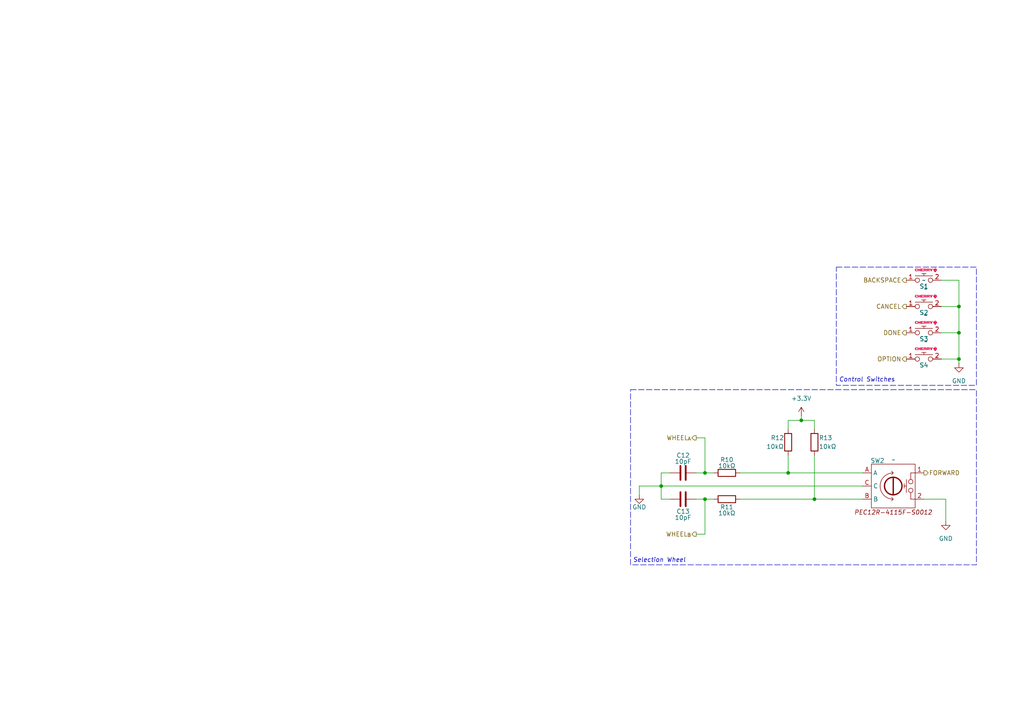
<source format=kicad_sch>
(kicad_sch (version 20231120) (generator "eeschema") (generator_version "8.0")
  (paper "A4")
  (title_block (title "Candytuft WS2811 Controller - User Controls") (date "2024-10-18") (rev "1") (company "https://git.creatures.gay/digimint/candytuft") (comment 3 "Licensed under the CERN OHL-S v2") (comment 4 "Copyright 2024 digimint"))
  (lib_symbols
    (symbol "Device:C" (pin_numbers hide) (pin_names (offset 0.254))
      (property "Reference" "C" (at 0.635 2.54 0))
      (property "Value" "C" (at 0.635 -2.54 0))
      (symbol "C_0_1"
        (polyline (pts (xy -2.032 -0.762) (xy 2.032 -0.762)) (stroke (width 0.508)))
        (polyline (pts (xy -2.032 0.762) (xy 2.032 0.762)) (stroke (width 0.508)))
      )
      (symbol "C_1_1"
        (pin passive line (at 0 3.81 270) (length 2.794) (name "~") (number "1"))
        (pin passive line (at 0 -3.81 90) (length 2.794) (name "~") (number "2"))
      )
    )
    (symbol "Device:R" (pin_numbers hide) (pin_names (offset 0))
      (property "Reference" "R" (at 2.032 0 90))
      (property "Value" "R" (at 0 0 90))
      (symbol "R_0_1"
        (rectangle (start -1.016 -2.54) (end 1.016 2.54) (stroke (width 0.254)))
      )
      (symbol "R_1_1"
        (pin passive line (at 0 3.81 270) (length 1.27) (name "~") (number "1"))
        (pin passive line (at 0 -3.81 90) (length 1.27) (name "~") (number "2"))
      )
    )
    (symbol "candytuft:Cherry-Style-Keyswitch"
      (property "Reference" "S" (at 0 -1.778 0))
      (symbol "Cherry-Style-Keyswitch_0_1"
        (circle (center -1.905 0) (radius 0.635))
        (polyline (pts (xy -2.54 1.27) (xy 2.54 1.27)))
        (polyline (pts (xy -0.635 1.905) (xy 0.635 1.905)))
        (polyline (pts (xy 0 1.905) (xy 0 1.27)))
        (circle (center 1.905 0) (radius 0.635))
      )
      (symbol "Cherry-Style-Keyswitch_1_0"
        (polyline (pts (xy 2.9822 2.6822) (xy 2.9811 2.6823) (xy 2.9823 2.6829) (xy 2.9822 2.6822)) (stroke (width -0.0001)) (fill (type color) (color 227 0 64 1)))
        (polyline (pts (xy -1.5572 3.091) (xy -1.2546 3.091) (xy -1.2546 3.3715) (xy -1.0065 3.3715) (xy -1.0065 2.6064) (xy -1.2546 2.6064) (xy -1.2546 2.8782) (xy -1.5572 2.8782) (xy -1.5572 2.6064) (xy -1.8059 2.6064) (xy -1.8059 3.3715) (xy -1.5572 3.3715) (xy -1.5572 3.091)) (stroke (width -0.0001)) (fill (type color) (color 227 0 64 1)))
        (polyline (pts (xy -0.1747 3.193) (xy -0.6465 3.193) (xy -0.6465 3.0695) (xy -0.3347 3.0695) (xy -0.3347 2.902) (xy -0.6465 2.902) (xy -0.6465 2.7867) (xy -0.1567 2.7867) (xy -0.1567 2.6064) (xy -0.8952 2.6064) (xy -0.8952 3.3715) (xy -0.1747 3.3715) (xy -0.1747 3.193)) (stroke (width -0.0001)) (fill (type color) (color 227 0 64 1)))
        (polyline (pts (xy 2.2698 2.8266) (xy 2.2679 2.8233) (xy 2.2662 2.8199) (xy 2.2646 2.8166) (xy 2.2631 2.8132) (xy 2.2617 2.8098) (xy 2.2605 2.8065) (xy 2.2594 2.8031) (xy 2.2584 2.7996) (xy 2.2575 2.7962) (xy 2.2568 2.7926) (xy 2.2561 2.7891) (xy 2.2556 2.7855) (xy 2.2553 2.7818) (xy 2.255 2.7781) (xy 2.2548 2.7743) (xy 2.2548 2.7704) (xy 2.2548 2.6064) (xy 1.9846 2.6064) (xy 1.9846 2.7704) (xy 1.9846 2.7743) (xy 1.9844 2.7781) (xy 1.9841 2.7818) (xy 1.9837 2.7855) (xy 1.9832 2.7891) (xy 1.9826 2.7926) (xy 1.9819 2.7962) (xy 1.981 2.7996) (xy 1.98 2.8031) (xy 1.9789 2.8065) (xy 1.9777 2.8098) (xy 1.9763 2.8132) (xy 1.9748 2.8166) (xy 1.9732 2.8199) (xy 1.9714 2.8233) (xy 1.9696 2.8266) (xy 1.6548 3.3715) (xy 1.9388 3.3715) (xy 2.1098 3.0753) (xy 2.1104 3.0744) (xy 2.1109 3.0736) (xy 2.1115 3.0728) (xy 2.1121 3.0721) (xy 2.1127 3.0714) (xy 2.1133 3.0708) (xy 2.1139 3.0703) (xy 2.1145 3.0698) (xy 2.1152 3.0694) (xy 2.1158 3.069) (xy 2.1164 3.0687) (xy 2.1171 3.0684) (xy 2.1177 3.0682) (xy 2.1184 3.0681) (xy 2.119 3.068) (xy 2.1197 3.0679) (xy 2.1203 3.068) (xy 2.121 3.0681) (xy 2.1216 3.0682) (xy 2.1223 3.0684) (xy 2.1229 3.0687) (xy 2.1236 3.069) (xy 2.1242 3.0694) (xy 2.1248 3.0698) (xy 2.1255 3.0703) (xy 2.1261 3.0708) (xy 2.1267 3.0714) (xy 2.1273 3.0721) (xy 2.1279 3.0728) (xy 2.1284 3.0736) (xy 2.129 3.0744) (xy 2.1295 3.0753) (xy 2.3005 3.3715) (xy 2.5846 3.3715) (xy 2.2698 2.8266)) (stroke (width -0.0001)) (fill (type color) (color 227 0 64 1)))
        (polyline (pts (xy -1.905 3.175) (xy -2.1775 3.175) (xy -2.187 3.1748) (xy -2.1965 3.1741) (xy -2.2058 3.1729) (xy -2.2149 3.1712) (xy -2.2239 3.1692) (xy -2.2327 3.1667) (xy -2.2414 3.1637) (xy -2.2498 3.1604) (xy -2.2581 3.1567) (xy -2.2661 3.1525) (xy -2.2739 3.1481) (xy -2.2814 3.1432) (xy -2.2887 3.138) (xy -2.2958 3.1325) (xy -2.3025 3.1266) (xy -2.309 3.1205) (xy -2.3151 3.114) (xy -2.321 3.1073) (xy -2.3265 3.1002) (xy -2.3317 3.0929) (xy -2.3366 3.0854) (xy -2.341 3.0776) (xy -2.3452 3.0696) (xy -2.3489 3.0613) (xy -2.3522 3.0529) (xy -2.3552 3.0442) (xy -2.3577 3.0354) (xy -2.3598 3.0264) (xy -2.3614 3.0173) (xy -2.3626 3.008) (xy -2.3633 2.9985) (xy -2.3635 2.989) (xy -2.3633 2.9794) (xy -2.3626 2.97) (xy -2.3614 2.9607) (xy -2.3598 2.9515) (xy -2.3577 2.9425) (xy -2.3552 2.9337) (xy -2.3522 2.925) (xy -2.3489 2.9166) (xy -2.3452 2.9084) (xy -2.341 2.9003) (xy -2.3366 2.8925) (xy -2.3317 2.885) (xy -2.3265 2.8777) (xy -2.321 2.8707) (xy -2.3151 2.8639) (xy -2.309 2.8574) (xy -2.3025 2.8513) (xy -2.2958 2.8454) (xy -2.2887 2.8399) (xy -2.2814 2.8347) (xy -2.2739 2.8299) (xy -2.2661 2.8254) (xy -2.2581 2.8213) (xy -2.2498 2.8175) (xy -2.2414 2.8142) (xy -2.2327 2.8113) (xy -2.2239 2.8088) (xy -2.2149 2.8067) (xy -2.2058 2.805) (xy -2.1965 2.8038) (xy -2.187 2.8031) (xy -2.1775 2.8029) (xy -1.905 2.8029) (xy -1.905 2.607) (xy -2.2302 2.607) (xy -2.2499 2.6074) (xy -2.2693 2.6089) (xy -2.2884 2.6114) (xy -2.3072 2.6147) (xy -2.3257 2.619) (xy -2.3439 2.6241) (xy -2.3616 2.6301) (xy -2.379 2.637) (xy -2.396 2.6446) (xy -2.4124 2.6531) (xy -2.4285 2.6623) (xy -2.444 2.6722) (xy -2.459 2.6829) (xy -2.4735 2.6942) (xy -2.4873 2.7062) (xy -2.5006 2.7189) (xy -2.5133 2.7322) (xy -2.5253 2.7461) (xy -2.5367 2.7605) (xy -2.5474 2.7755) (xy -2.5573 2.791) (xy -2.5666 2.807) (xy -2.575 2.8235) (xy -2.5827 2.8405) (xy -2.5896 2.8579) (xy -2.5956 2.8757) (xy -2.6007 2.8938) (xy -2.605 2.9124) (xy -2.6084 2.9312) (xy -2.6108 2.9504) (xy -2.6123 2.9698) (xy -2.6128 2.9895) (xy -2.6123 3.0093) (xy -2.6108 3.0287) (xy -2.6084 3.0479) (xy -2.605 3.0667) (xy -2.6007 3.0852) (xy -2.5956 3.1034) (xy -2.5896 3.1211) (xy -2.5827 3.1385) (xy -2.575 3.1554) (xy -2.5666 3.1719) (xy -2.5573 3.1879) (xy -2.5474 3.2034) (xy -2.5367 3.2184) (xy -2.5253 3.2328) (xy -2.5133 3.2466) (xy -2.5006 3.2599) (xy -2.4873 3.2725) (xy -2.4735 3.2845) (xy -2.459 3.2958) (xy -2.444 3.3065) (xy -2.4285 3.3164) (xy -2.4124 3.3256) (xy -2.396 3.334) (xy -2.379 3.3416) (xy -2.3616 3.3484) (xy -2.3439 3.3544) (xy -2.3257 3.3596) (xy -2.3072 3.3638) (xy -2.2884 3.3672) (xy -2.2693 3.3696) (xy -2.2499 3.3711) (xy -2.2302 3.3715) (xy -1.905 3.3715) (xy -1.905 3.175)) (stroke (width -0.0001)) (fill (type color) (color 227 0 64 1)))
        (polyline (pts (xy 3.3298 2.8891) (xy 3.336 2.8827) (xy 3.3422 2.8763) (xy 3.3485 2.8701) (xy 3.3548 2.8638) (xy 3.3612 2.8577) (xy 3.3676 2.8517) (xy 3.3741 2.8458) (xy 3.3791 2.8415) (xy 3.3842 2.8372) (xy 3.3945 2.8288) (xy 3.4048 2.8204) (xy 3.4153 2.8122) (xy 3.4225 2.8068) (xy 3.4298 2.8014) (xy 3.4372 2.7961) (xy 3.4447 2.7909) (xy 3.4522 2.7858) (xy 3.4598 2.7808) (xy 3.4674 2.7758) (xy 3.475 2.771) (xy 3.4828 2.7661) (xy 3.4907 2.7612) (xy 3.4987 2.7565) (xy 3.5067 2.7518) (xy 3.5148 2.7472) (xy 3.5229 2.7427) (xy 3.5393 2.7339) (xy 3.5395 2.7338) (xy 3.5398 2.7337) (xy 3.54 2.7335) (xy 3.5402 2.7334) (xy 3.5406 2.7331) (xy 3.5411 2.7328) (xy 3.5413 2.7327) (xy 3.5415 2.7326) (xy 3.5417 2.7324) (xy 3.5419 2.7324) (xy 3.5421 2.7323) (xy 3.5423 2.7322) (xy 3.5424 2.7322) (xy 3.5425 2.7322) (xy 3.5426 2.7322) (xy 3.5427 2.7322) (xy 3.5428 2.7322) (xy 3.5468 2.7168) (xy 3.5499 2.7013) (xy 3.5522 2.6857) (xy 3.5535 2.67) (xy 3.554 2.6544) (xy 3.5537 2.6388) (xy 3.5525 2.6233) (xy 3.5504 2.6078) (xy 3.5475 2.5925) (xy 3.5438 2.5774) (xy 3.5393 2.5625) (xy 3.5339 2.5478) (xy 3.5278 2.5334) (xy 3.5208 2.5193) (xy 3.5131 2.5055) (xy 3.5045 2.4922) (xy 3.4953 2.4793) (xy 3.4854 2.4671) (xy 3.4749 2.4555) (xy 3.4639 2.4446) (xy 3.4523 2.4343) (xy 3.4401 2.4248) (xy 3.4275 2.4159) (xy 3.4144 2.4077) (xy 3.4009 2.4002) (xy 3.3869 2.3935) (xy 3.3726 2.3875) (xy 3.358 2.3823) (xy 3.343 2.3778) (xy 3.3277 2.3742) (xy 3.3122 2.3713) (xy 3.2964 2.3693) (xy 3.2806 2.3682) (xy 3.2648 2.3679) (xy 3.249 2.3685) (xy 3.2334 2.3699) (xy 3.218 2.3721) (xy 3.2027 2.3751) (xy 3.1876 2.3789) (xy 3.1727 2.3836) (xy 3.1582 2.389) (xy 3.1439 2.3952) (xy 3.1301 2.4022) (xy 3.1165 2.41) (xy 3.1034 2.4185) (xy 3.0908 2.4278) (xy 3.0786 2.4379) (xy 3.0669 2.4487) (xy 3.0558 2.4601) (xy 3.0455 2.472) (xy 3.0359 2.4844) (xy 3.027 2.4972) (xy 3.0189 2.5106) (xy 3.0115 2.5243) (xy 3.0049 2.5383) (xy 2.9991 2.5528) (xy 2.994 2.5675) (xy 2.9898 2.5824) (xy 2.9864 2.5976) (xy 2.9837 2.613) (xy 2.982 2.6286) (xy 2.981 2.6443) (xy 2.9809 2.6601) (xy 2.9817 2.6759) (xy 2.9818 2.6764) (xy 2.9819 2.6769) (xy 2.9819 2.6774) (xy 2.982 2.678) (xy 2.9821 2.6786) (xy 2.9821 2.6792) (xy 2.9822 2.6803) (xy 2.9822 2.6813) (xy 2.9822 2.6821) (xy 2.9822 2.6822) (xy 2.9917 2.6814) (xy 3.0022 2.6809) (xy 3.0126 2.6807) (xy 3.023 2.6809) (xy 3.0334 2.6813) (xy 3.0438 2.6821) (xy 3.0542 2.6832) (xy 3.0646 2.6846) (xy 3.0864 2.6888) (xy 3.1077 2.6944) (xy 3.1285 2.7014) (xy 3.1487 2.7097) (xy 3.1683 2.7193) (xy 3.1871 2.73) (xy 3.2052 2.742) (xy 3.2224 2.7551) (xy 3.2387 2.7693) (xy 3.2541 2.7846) (xy 3.2685 2.8009) (xy 3.2819 2.8181) (xy 3.2941 2.8362) (xy 3.3052 2.8552) (xy 3.3151 2.875) (xy 3.3237 2.8956) (xy 3.3298 2.8891)) (stroke (width -0.0001)) (fill (type color) (color 227 0 64 1)))
        (polyline (pts (xy 0.4952 3.3706) (xy 0.519 3.3676) (xy 0.5417 3.3629) (xy 0.5635 3.3565) (xy 0.5842 3.3484) (xy 0.6038 3.3388) (xy 0.6224 3.3277) (xy 0.6398 3.3154) (xy 0.656 3.3017) (xy 0.671 3.287) (xy 0.6848 3.2712) (xy 0.6973 3.2544) (xy 0.7085 3.2368) (xy 0.7184 3.2185) (xy 0.727 3.1995) (xy 0.7341 3.1799) (xy 0.7398 3.1599) (xy 0.7441 3.1394) (xy 0.7469 3.1188) (xy 0.7482 3.0979) (xy 0.7479 3.077) (xy 0.746 3.0561) (xy 0.7425 3.0353) (xy 0.7374 3.0147) (xy 0.7306 2.9945) (xy 0.7221 2.9746) (xy 0.7118 2.9553) (xy 0.6998 2.9366) (xy 0.686 2.9185) (xy 0.6703 2.9013) (xy 0.6528 2.8849) (xy 0.6334 2.8695) (xy 0.6334 2.869) (xy 0.7731 2.6058) (xy 0.5766 2.6058) (xy 0.5711 2.6059) (xy 0.5659 2.6063) (xy 0.561 2.6069) (xy 0.5586 2.6073) (xy 0.5563 2.6077) (xy 0.5541 2.6083) (xy 0.5519 2.6089) (xy 0.5498 2.6095) (xy 0.5477 2.6103) (xy 0.5457 2.6111) (xy 0.5437 2.612) (xy 0.5418 2.6129) (xy 0.5399 2.614) (xy 0.5381 2.6151) (xy 0.5363 2.6163) (xy 0.5346 2.6175) (xy 0.5329 2.6189) (xy 0.5312 2.6203) (xy 0.5296 2.6218) (xy 0.5279 2.6234) (xy 0.5264 2.6251) (xy 0.5248 2.6269) (xy 0.5233 2.6287) (xy 0.5203 2.6327) (xy 0.5174 2.637) (xy 0.5146 2.6417) (xy 0.4537 2.7478) (xy 0.4492 2.7552) (xy 0.4446 2.7621) (xy 0.4398 2.7684) (xy 0.4349 2.7741) (xy 0.4297 2.7794) (xy 0.4244 2.7841) (xy 0.4189 2.7882) (xy 0.413 2.7919) (xy 0.407 2.7952) (xy 0.4006 2.7979) (xy 0.3938 2.8002) (xy 0.3868 2.802) (xy 0.3793 2.8034) (xy 0.3715 2.8044) (xy 0.3633 2.805) (xy 0.3546 2.8052) (xy 0.1755 2.8052) (xy 0.1755 2.6064) (xy -0.0587 2.6064) (xy -0.0587 2.9913) (xy 0.1755 2.9913) (xy 0.4131 2.9913) (xy 0.4184 2.9914) (xy 0.4235 2.9918) (xy 0.4286 2.9925) (xy 0.4336 2.9934) (xy 0.4386 2.9945) (xy 0.4434 2.9959) (xy 0.4482 2.9975) (xy 0.4528 2.9993) (xy 0.4573 3.0014) (xy 0.4617 3.0036) (xy 0.466 3.0061) (xy 0.4701 3.0087) (xy 0.4741 3.0116) (xy 0.478 3.0146) (xy 0.4817 3.0178) (xy 0.4852 3.0212) (xy 0.4886 3.0248) (xy 0.4918 3.0285) (xy 0.4948 3.0323) (xy 0.4977 3.0363) (xy 0.5003 3.0405) (xy 0.5028 3.0447) (xy 0.5051 3.0491) (xy 0.5071 3.0536) (xy 0.5089 3.0583) (xy 0.5105 3.063) (xy 0.5119 3.0678) (xy 0.5131 3.0728) (xy 0.514 3.0778) (xy 0.5146 3.0829) (xy 0.515 3.0881) (xy 0.5151 3.0933) (xy 0.515 3.0985) (xy 0.5146 3.1037) (xy 0.514 3.1088) (xy 0.5131 3.1138) (xy 0.5119 3.1188) (xy 0.5105 3.1236) (xy 0.5089 3.1283) (xy 0.5071 3.133) (xy 0.5051 3.1375) (xy 0.5028 3.1419) (xy 0.5003 3.1462) (xy 0.4977 3.1503) (xy 0.4948 3.1543) (xy 0.4918 3.1581) (xy 0.4886 3.1619) (xy 0.4852 3.1654) (xy 0.4817 3.1688) (xy 0.478 3.172) (xy 0.4741 3.175) (xy 0.4701 3.1779) (xy 0.466 3.1805) (xy 0.4617 3.183) (xy 0.4573 3.1852) (xy 0.4528 3.1873) (xy 0.4482 3.1891) (xy 0.4434 3.1907) (xy 0.4386 3.1921) (xy 0.4336 3.1932) (xy 0.4286 3.1941) (xy 0.4235 3.1948) (xy 0.4184 3.1952) (xy 0.4131 3.1953) (xy 0.1755 3.1953) (xy 0.1755 2.9913) (xy -0.0587 2.9913) (xy -0.0587 3.3715) (xy 0.4705 3.3715) (xy 0.4952 3.3706)) (stroke (width -0.0001)) (fill (type color) (color 227 0 64 1)))
        (polyline (pts (xy 1.4106 3.37) (xy 1.4344 3.3671) (xy 1.4572 3.3623) (xy 1.479 3.3559) (xy 1.4997 3.3478) (xy 1.5194 3.3382) (xy 1.538 3.3272) (xy 1.5554 3.3148) (xy 1.5717 3.3012) (xy 1.5867 3.2864) (xy 1.6005 3.2706) (xy 1.6131 3.2539) (xy 1.6243 3.2363) (xy 1.6342 3.2179) (xy 1.6428 3.1989) (xy 1.6499 3.1793) (xy 1.6557 3.1593) (xy 1.6599 3.1389) (xy 1.6627 3.1182) (xy 1.664 3.0973) (xy 1.6637 3.0764) (xy 1.6619 3.0555) (xy 1.6584 3.0347) (xy 1.6533 3.0142) (xy 1.6465 2.9939) (xy 1.638 2.9741) (xy 1.6277 2.9547) (xy 1.6157 2.936) (xy 1.6019 2.9179) (xy 1.5862 2.9007) (xy 1.5687 2.8843) (xy 1.5493 2.869) (xy 1.5493 2.8684) (xy 1.689 2.6052) (xy 1.4925 2.6052) (xy 1.487 2.6053) (xy 1.4818 2.6057) (xy 1.4769 2.6063) (xy 1.4745 2.6067) (xy 1.4722 2.6072) (xy 1.47 2.6077) (xy 1.4678 2.6083) (xy 1.4656 2.609) (xy 1.4636 2.6097) (xy 1.4616 2.6105) (xy 1.4596 2.6114) (xy 1.4577 2.6124) (xy 1.4558 2.6134) (xy 1.454 2.6145) (xy 1.4522 2.6157) (xy 1.4505 2.617) (xy 1.4488 2.6183) (xy 1.4471 2.6197) (xy 1.4454 2.6213) (xy 1.4438 2.6229) (xy 1.4423 2.6245) (xy 1.4407 2.6263) (xy 1.4392 2.6281) (xy 1.4362 2.6321) (xy 1.4333 2.6365) (xy 1.4305 2.6412) (xy 1.3696 2.7472) (xy 1.3651 2.7547) (xy 1.3605 2.7615) (xy 1.3557 2.7678) (xy 1.3508 2.7736) (xy 1.3456 2.7788) (xy 1.3403 2.7835) (xy 1.3348 2.7877) (xy 1.3289 2.7914) (xy 1.3228 2.7946) (xy 1.3164 2.7973) (xy 1.3097 2.7996) (xy 1.3027 2.8014) (xy 1.2952 2.8029) (xy 1.2874 2.8038) (xy 1.2791 2.8044) (xy 1.2705 2.8046) (xy 1.0913 2.8046) (xy 1.0913 2.6058) (xy 0.8572 2.6058) (xy 0.8572 2.9907) (xy 1.0913 2.9907) (xy 1.329 2.9907) (xy 1.3342 2.9908) (xy 1.3394 2.9912) (xy 1.3445 2.9919) (xy 1.3495 2.9928) (xy 1.3545 2.9939) (xy 1.3593 2.9953) (xy 1.364 2.9969) (xy 1.3687 2.9987) (xy 1.3732 3.0008) (xy 1.3776 3.003) (xy 1.3819 3.0055) (xy 1.386 3.0082) (xy 1.39 3.011) (xy 1.3939 3.014) (xy 1.3976 3.0172) (xy 1.4011 3.0206) (xy 1.4045 3.0242) (xy 1.4077 3.0279) (xy 1.4107 3.0317) (xy 1.4136 3.0357) (xy 1.4162 3.0399) (xy 1.4187 3.0441) (xy 1.421 3.0485) (xy 1.423 3.0531) (xy 1.4248 3.0577) (xy 1.4264 3.0624) (xy 1.4278 3.0673) (xy 1.429 3.0722) (xy 1.4299 3.0772) (xy 1.4305 3.0823) (xy 1.4309 3.0875) (xy 1.431 3.0927) (xy 1.4309 3.098) (xy 1.4305 3.1031) (xy 1.4299 3.1082) (xy 1.429 3.1132) (xy 1.4278 3.1182) (xy 1.4264 3.123) (xy 1.4248 3.1278) (xy 1.423 3.1324) (xy 1.421 3.1369) (xy 1.4187 3.1413) (xy 1.4162 3.1456) (xy 1.4136 3.1497) (xy 1.4107 3.1537) (xy 1.4077 3.1576) (xy 1.4045 3.1613) (xy 1.4011 3.1648) (xy 1.3976 3.1682) (xy 1.3939 3.1714) (xy 1.39 3.1744) (xy 1.386 3.1773) (xy 1.3819 3.1799) (xy 1.3776 3.1824) (xy 1.3732 3.1847) (xy 1.3687 3.1867) (xy 1.364 3.1885) (xy 1.3593 3.1901) (xy 1.3545 3.1915) (xy 1.3495 3.1927) (xy 1.3445 3.1936) (xy 1.3394 3.1942) (xy 1.3342 3.1946) (xy 1.329 3.1947) (xy 1.0913 3.1947) (xy 1.0913 2.9907) (xy 0.8572 2.9907) (xy 0.8572 3.371) (xy 1.3858 3.371) (xy 1.4106 3.37)) (stroke (width -0.0001)) (fill (type color) (color 227 0 64 1)))
        (polyline (pts (xy 3.2735 3.612) (xy 3.2788 3.6114) (xy 3.2842 3.6104) (xy 3.2895 3.6091) (xy 3.2947 3.6075) (xy 3.2998 3.6055) (xy 3.3048 3.6031) (xy 3.3095 3.6005) (xy 3.314 3.5976) (xy 3.3183 3.5944) (xy 3.3224 3.591) (xy 3.3262 3.5873) (xy 3.3298 3.5833) (xy 3.3331 3.5792) (xy 3.3361 3.5748) (xy 3.3388 3.5702) (xy 3.3412 3.5655) (xy 3.3432 3.5606) (xy 3.345 3.5555) (xy 3.3464 3.5502) (xy 3.3474 3.5449) (xy 3.3478 3.5421) (xy 3.3481 3.5394) (xy 3.3483 3.5367) (xy 3.3484 3.5339) (xy 3.3485 3.5312) (xy 3.3484 3.5284) (xy 3.3482 3.5257) (xy 3.348 3.523) (xy 3.3476 3.5203) (xy 3.3472 3.5176) (xy 3.3467 3.5149) (xy 3.3461 3.5123) (xy 3.3454 3.5096) (xy 3.3446 3.5071) (xy 3.3437 3.5045) (xy 3.3428 3.502) (xy 3.3417 3.4996) (xy 3.3405 3.4972) (xy 3.3393 3.4948) (xy 3.338 3.4925) (xy 3.3367 3.4902) (xy 3.3353 3.4879) (xy 3.3339 3.4856) (xy 3.3324 3.4834) (xy 3.3323 3.4833) (xy 3.3321 3.4832) (xy 3.332 3.4831) (xy 3.3319 3.483) (xy 3.3316 3.4828) (xy 3.3314 3.4827) (xy 3.3313 3.4826) (xy 3.3312 3.4824) (xy 3.331 3.4823) (xy 3.3309 3.4822) (xy 3.3308 3.4821) (xy 3.3307 3.482) (xy 3.3307 3.4819) (xy 3.3307 3.4818) (xy 3.3306 3.4817) (xy 3.3305 3.4816) (xy 3.3304 3.4815) (xy 3.3301 3.4812) (xy 3.3298 3.481) (xy 3.3297 3.4809) (xy 3.3296 3.4807) (xy 3.3294 3.4806) (xy 3.3293 3.4805) (xy 3.3292 3.4804) (xy 3.3292 3.4803) (xy 3.3291 3.4802) (xy 3.3291 3.4801) (xy 3.329 3.4801) (xy 3.329 3.48) (xy 3.329 3.4799) (xy 3.329 3.4798) (xy 3.3289 3.4797) (xy 3.3289 3.4796) (xy 3.3289 3.4795) (xy 3.3289 3.4794) (xy 3.3287 3.4789) (xy 3.3285 3.4785) (xy 3.3284 3.4781) (xy 3.3282 3.4776) (xy 3.3282 3.4772) (xy 3.3281 3.4768) (xy 3.328 3.4763) (xy 3.328 3.4759) (xy 3.328 3.4755) (xy 3.3281 3.475) (xy 3.3282 3.4746) (xy 3.3282 3.4742) (xy 3.3284 3.4737) (xy 3.3285 3.4733) (xy 3.3287 3.4728) (xy 3.3289 3.4724) (xy 3.3291 3.4721) (xy 3.3293 3.4718) (xy 3.3295 3.4714) (xy 3.3297 3.4711) (xy 3.3298 3.4708) (xy 3.33 3.4705) (xy 3.3301 3.4701) (xy 3.3303 3.4698) (xy 3.3305 3.4692) (xy 3.3308 3.4685) (xy 3.3312 3.4672) (xy 3.3321 3.4646) (xy 3.3331 3.462) (xy 3.334 3.4594) (xy 3.3351 3.4568) (xy 3.3372 3.4515) (xy 3.3393 3.4463) (xy 3.3561 3.4057) (xy 3.3763 3.3584) (xy 3.3969 3.3118) (xy 3.4179 3.2659) (xy 3.4394 3.2204) (xy 3.4615 3.1752) (xy 3.4842 3.1301) (xy 3.5076 3.0849) (xy 3.5318 3.0394) (xy 3.5326 3.038) (xy 3.5335 3.0368) (xy 3.5345 3.0356) (xy 3.5355 3.0345) (xy 3.5367 3.0336) (xy 3.5378 3.0327) (xy 3.5391 3.032) (xy 3.5404 3.0313) (xy 3.5418 3.0308) (xy 3.5432 3.0304) (xy 3.5446 3.0302) (xy 3.5461 3.03) (xy 3.5475 3.03) (xy 3.549 3.0301) (xy 3.5506 3.0303) (xy 3.5513 3.0305) (xy 3.5521 3.0307) (xy 3.512 3.126) (xy 3.4739 3.2193) (xy 3.4367 3.313) (xy 3.3996 3.4092) (xy 3.4002 3.4092) (xy 3.4136 3.4059) (xy 3.427 3.4024) (xy 3.4403 3.3985) (xy 3.4535 3.3943) (xy 3.4667 3.3899) (xy 3.4797 3.3851) (xy 3.4925 3.3799) (xy 3.5053 3.3744) (xy 3.5179 3.3686) (xy 3.5303 3.3624) (xy 3.5425 3.3559) (xy 3.5546 3.3489) (xy 3.5665 3.3416) (xy 3.5781 3.3338) (xy 3.5896 3.3256) (xy 3.6008 3.3171) (xy 3.6117 3.3081) (xy 3.6221 3.2988) (xy 3.6322 3.2892) (xy 3.6419 3.2793) (xy 3.6512 3.2691) (xy 3.6601 3.2586) (xy 3.6686 3.2478) (xy 3.6767 3.2367) (xy 3.6844 3.2253) (xy 3.6918 3.2137) (xy 3.6988 3.2018) (xy 3.7054 3.1896) (xy 3.7117 3.1772) (xy 3.7176 3.1646) (xy 3.7231 3.1517) (xy 3.7283 3.1385) (xy 3.7372 3.1123) (xy 3.7448 3.0855) (xy 3.751 3.0583) (xy 3.7559 3.0308) (xy 3.7596 3.003) (xy 3.7621 2.975) (xy 3.7636 2.9469) (xy 3.7639 2.9187) (xy 3.7634 2.8905) (xy 3.7619 2.8624) (xy 3.7595 2.8344) (xy 3.7563 2.8067) (xy 3.7524 2.7793) (xy 3.7479 2.7523) (xy 3.7427 2.7257) (xy 3.737 2.6997) (xy 3.7102 2.7091) (xy 3.6832 2.7191) (xy 3.6561 2.7299) (xy 3.629 2.7415) (xy 3.6019 2.7538) (xy 3.5751 2.7669) (xy 3.5485 2.7809) (xy 3.5224 2.7957) (xy 3.4967 2.8114) (xy 3.4717 2.828) (xy 3.4473 2.8455) (xy 3.4238 2.864) (xy 3.4012 2.8834) (xy 3.3796 2.9038) (xy 3.3591 2.9253) (xy 3.3399 2.9478) (xy 3.3434 2.9685) (xy 3.3455 2.9892) (xy 3.3464 3.0099) (xy 3.346 3.0305) (xy 3.3443 3.0509) (xy 3.3413 3.0712) (xy 3.3372 3.0912) (xy 3.3318 3.1108) (xy 3.3252 3.1302) (xy 3.3175 3.149) (xy 3.3086 3.1675) (xy 3.2985 3.1853) (xy 3.2873 3.2026) (xy 3.275 3.2193) (xy 3.2616 3.2352) (xy 3.2472 3.2504) (xy 3.2486 3.2612) (xy 3.2502 3.272) (xy 3.2521 3.2828) (xy 3.2542 3.2934) (xy 3.2565 3.3041) (xy 3.2591 3.3146) (xy 3.262 3.3251) (xy 3.2651 3.3356) (xy 3.2667 3.341) (xy 3.2684 3.3465) (xy 3.2702 3.3519) (xy 3.272 3.3573) (xy 3.274 3.3626) (xy 3.276 3.368) (xy 3.2781 3.3733) (xy 3.2802 3.3785) (xy 3.2808 3.38) (xy 3.2814 3.3814) (xy 3.2825 3.3842) (xy 3.2831 3.3856) (xy 3.2836 3.3869) (xy 3.2842 3.3882) (xy 3.2848 3.3895) (xy 3.2872 3.3947) (xy 3.2872 3.3948) (xy 3.2872 3.395) (xy 3.2873 3.3951) (xy 3.2873 3.3953) (xy 3.2875 3.3956) (xy 3.2877 3.396) (xy 3.2878 3.3962) (xy 3.288 3.3964) (xy 3.2881 3.3966) (xy 3.2881 3.3968) (xy 3.2882 3.397) (xy 3.2882 3.3971) (xy 3.2883 3.3972) (xy 3.2883 3.3973) (xy 3.2883 3.3974) (xy 3.2883 3.3975) (xy 3.2883 3.3976) (xy 3.2883 3.4017) (xy 3.2883 3.4019) (xy 3.2883 3.402) (xy 3.2883 3.4022) (xy 3.2883 3.4023) (xy 3.2882 3.4026) (xy 3.2881 3.4029) (xy 3.288 3.4032) (xy 3.2879 3.4035) (xy 3.2878 3.4037) (xy 3.2877 3.404) (xy 3.2871 3.4051) (xy 3.287 3.4054) (xy 3.2868 3.4057) (xy 3.2867 3.406) (xy 3.2866 3.4063) (xy 3.2866 3.4064) (xy 3.2865 3.4066) (xy 3.2865 3.4067) (xy 3.2864 3.4069) (xy 3.2862 3.4072) (xy 3.286 3.4076) (xy 3.2859 3.4078) (xy 3.2858 3.408) (xy 3.2857 3.4082) (xy 3.2856 3.4084) (xy 3.2855 3.4086) (xy 3.2855 3.4087) (xy 3.2855 3.4088) (xy 3.2855 3.4089) (xy 3.2854 3.409) (xy 3.2854 3.4091) (xy 3.2854 3.4092) (xy 3.2852 3.4096) (xy 3.285 3.4099) (xy 3.2848 3.4102) (xy 3.2846 3.4105) (xy 3.2843 3.4112) (xy 3.284 3.4119) (xy 3.2833 3.4134) (xy 3.2829 3.4142) (xy 3.2825 3.415) (xy 3.2715 3.4394) (xy 3.2704 3.4423) (xy 3.2702 3.4425) (xy 3.2701 3.4427) (xy 3.27 3.4429) (xy 3.2698 3.4431) (xy 3.2695 3.4436) (xy 3.2693 3.444) (xy 3.2691 3.4442) (xy 3.269 3.4444) (xy 3.2689 3.4447) (xy 3.2688 3.4449) (xy 3.2687 3.4451) (xy 3.2687 3.4452) (xy 3.2687 3.4453) (xy 3.2686 3.4454) (xy 3.2686 3.4455) (xy 3.2686 3.4456) (xy 3.2686 3.4457) (xy 3.2683 3.4463) (xy 3.2679 3.4468) (xy 3.2676 3.4473) (xy 3.2672 3.4478) (xy 3.2668 3.4482) (xy 3.2664 3.4487) (xy 3.266 3.4491) (xy 3.2656 3.4494) (xy 3.2651 3.4498) (xy 3.2647 3.4501) (xy 3.2644 3.4502) (xy 3.2642 3.4503) (xy 3.264 3.4505) (xy 3.2637 3.4506) (xy 3.2635 3.4506) (xy 3.2632 3.4507) (xy 3.263 3.4508) (xy 3.2627 3.4509) (xy 3.2625 3.4509) (xy 3.2622 3.4509) (xy 3.2619 3.451) (xy 3.2617 3.451) (xy 3.2576 3.451) (xy 3.2559 3.4514) (xy 3.2552 3.4516) (xy 3.2544 3.4518) (xy 3.2536 3.4519) (xy 3.2533 3.452) (xy 3.2529 3.452) (xy 3.2525 3.4521) (xy 3.2521 3.4521) (xy 3.2516 3.4521) (xy 3.2512 3.4521) (xy 3.2511 3.4521) (xy 3.2509 3.4522) (xy 3.2507 3.4522) (xy 3.2505 3.4523) (xy 3.2503 3.4524) (xy 3.25 3.4525) (xy 3.2496 3.4527) (xy 3.2491 3.4529) (xy 3.2487 3.4531) (xy 3.2483 3.4533) (xy 3.2466 3.4533) (xy 3.2465 3.4533) (xy 3.2465 3.4534) (xy 3.2464 3.4534) (xy 3.2463 3.4535) (xy 3.2462 3.4536) (xy 3.2461 3.4536) (xy 3.2459 3.4537) (xy 3.2457 3.4537) (xy 3.2456 3.4538) (xy 3.2454 3.4538) (xy 3.2453 3.4538) (xy 3.2451 3.4538) (xy 3.2449 3.4538) (xy 3.2448 3.4539) (xy 3.2445 3.4539) (xy 3.2443 3.4539) (xy 3.244 3.4539) (xy 3.2437 3.4539) (xy 3.2434 3.4539) (xy 3.2431 3.4539) (xy 3.2427 3.4539) (xy 3.2424 3.4539) (xy 3.2417 3.4537) (xy 3.241 3.4536) (xy 3.2402 3.4534) (xy 3.2395 3.4532) (xy 3.2388 3.4529) (xy 3.2382 3.4527) (xy 3.2376 3.4524) (xy 3.2365 3.452) (xy 3.2356 3.4515) (xy 3.2356 3.4504) (xy 3.2344 3.4492) (xy 3.2327 3.4469) (xy 3.2251 3.4376) (xy 3.2177 3.4281) (xy 3.2101 3.4187) (xy 3.2064 3.414) (xy 3.2027 3.4092) (xy 3.1991 3.4043) (xy 3.1956 3.3994) (xy 3.1883 3.3893) (xy 3.1812 3.3793) (xy 3.1743 3.3691) (xy 3.1677 3.3589) (xy 3.1612 3.3486) (xy 3.1549 3.3382) (xy 3.1488 3.3277) (xy 3.1428 3.3171) (xy 3.1398 3.3117) (xy 3.1368 3.3063) (xy 3.1339 3.3009) (xy 3.1312 3.2956) (xy 3.1283 3.2904) (xy 3.1272 3.2875) (xy 3.1271 3.2874) (xy 3.127 3.2873) (xy 3.1269 3.2872) (xy 3.1268 3.2871) (xy 3.1267 3.287) (xy 3.1266 3.2868) (xy 3.1265 3.2866) (xy 3.1264 3.2864) (xy 3.1263 3.2862) (xy 3.1262 3.286) (xy 3.1262 3.2858) (xy 3.1261 3.2855) (xy 3.1261 3.2853) (xy 3.126 3.2851) (xy 3.126 3.2849) (xy 3.126 3.2847) (xy 3.126 3.2845) (xy 3.126 3.284) (xy 3.126 3.2837) (xy 3.1259 3.2835) (xy 3.1259 3.2832) (xy 3.1259 3.2829) (xy 3.1259 3.2827) (xy 3.1259 3.2824) (xy 3.1259 3.2821) (xy 3.1259 3.2819) (xy 3.1259 3.2816) (xy 3.126 3.2813) (xy 3.126 3.2811) (xy 3.1261 3.2808) (xy 3.1262 3.2803) (xy 3.1264 3.2798) (xy 3.1266 3.2793) (xy 3.1268 3.2789) (xy 3.1271 3.2784) (xy 3.1274 3.278) (xy 3.1277 3.2776) (xy 3.1281 3.2772) (xy 3.1283 3.277) (xy 3.1285 3.2768) (xy 3.1287 3.2766) (xy 3.1289 3.2765) (xy 3.1291 3.2764) (xy 3.1293 3.2762) (xy 3.1296 3.2761) (xy 3.1298 3.276) (xy 3.1302 3.2757) (xy 3.1306 3.2754) (xy 3.1309 3.2753) (xy 3.1311 3.2751) (xy 3.1313 3.275) (xy 3.1315 3.2749) (xy 3.1317 3.2749) (xy 3.1318 3.2748) (xy 3.132 3.2748) (xy 3.1321 3.2748) (xy 3.1322 3.2748) (xy 3.1323 3.2747) (xy 3.1324 3.2747) (xy 3.1335 3.2743) (xy 3.1347 3.2738) (xy 3.1359 3.2732) (xy 3.1371 3.2726) (xy 3.1396 3.2714) (xy 3.1422 3.2701) (xy 3.1474 3.2675) (xy 3.1525 3.2648) (xy 3.1575 3.262) (xy 3.1624 3.2591) (xy 3.1673 3.2561) (xy 3.1721 3.253) (xy 3.1769 3.2497) (xy 3.1817 3.2463) (xy 3.1866 3.2427) (xy 3.1915 3.239) (xy 3.1963 3.2351) (xy 3.2011 3.2312) (xy 3.2057 3.2272) (xy 3.2103 3.2231) (xy 3.2148 3.2189) (xy 3.2192 3.2146) (xy 3.2235 3.2102) (xy 3.2277 3.2057) (xy 3.2318 3.2011) (xy 3.2358 3.1964) (xy 3.2397 3.1917) (xy 3.2434 3.1868) (xy 3.2471 3.1818) (xy 3.2506 3.1768) (xy 3.2577 3.1662) (xy 3.2642 3.1554) (xy 3.2702 3.1443) (xy 3.2757 3.133) (xy 3.2807 3.1215) (xy 3.2852 3.1099) (xy 3.2891 3.098) (xy 3.2925 3.086) (xy 3.2954 3.0738) (xy 3.2978 3.0615) (xy 3.2996 3.0491) (xy 3.3009 3.0366) (xy 3.3016 3.0241) (xy 3.3018 3.0114) (xy 3.3014 2.9988) (xy 3.3005 2.9861) (xy 3.299 2.9739) (xy 3.2971 2.9619) (xy 3.2947 2.95) (xy 3.2917 2.9383) (xy 3.2883 2.9267) (xy 3.2845 2.9153) (xy 3.2801 2.904) (xy 3.2753 2.893) (xy 3.27 2.8821) (xy 3.2643 2.8715) (xy 3.2581 2.8611) (xy 3.2514 2.851) (xy 3.2443 2.8411) (xy 3.2368 2.8316) (xy 3.2289 2.8223) (xy 3.2205 2.8133) (xy 3.211 2.804) (xy 3.201 2.7952) (xy 3.1907 2.7868) (xy 3.1801 2.779) (xy 3.1691 2.7716) (xy 3.1578 2.7648) (xy 3.1462 2.7585) (xy 3.1343 2.7527) (xy 3.1222 2.7475) (xy 3.1099 2.7429) (xy 3.0974 2.7388) (xy 3.0846 2.7352) (xy 3.0717 2.7323) (xy 3.0586 2.7299) (xy 3.0454 2.7281) (xy 3.0321 2.7269) (xy 3.0198 2.7264) (xy 3.0076 2.7265) (xy 2.9954 2.727) (xy 2.9832 2.7281) (xy 2.9712 2.7297) (xy 2.9592 2.7318) (xy 2.9473 2.7344) (xy 2.9356 2.7375) (xy 2.924 2.741) (xy 2.9125 2.7451) (xy 2.9012 2.7497) (xy 2.8901 2.7547) (xy 2.8792 2.7603) (xy 2.8685 2.7663) (xy 2.858 2.7728) (xy 2.8478 2.7797) (xy 2.8371 2.7876) (xy 2.8269 2.7961) (xy 2.817 2.8049) (xy 2.8077 2.8142) (xy 2.7988 2.8239) (xy 2.7903 2.8339) (xy 2.7823 2.8443) (xy 2.7749 2.8551) (xy 2.7679 2.8662) (xy 2.7614 2.8777) (xy 2.7555 2.8894) (xy 2.7501 2.9014) (xy 2.7453 2.9137) (xy 2.741 2.9262) (xy 2.7373 2.9389) (xy 2.7341 2.9519) (xy 2.7317 2.9642) (xy 2.7298 2.9765) (xy 2.7285 2.9889) (xy 2.7277 3.0014) (xy 2.7275 3.0138) (xy 2.7278 3.0262) (xy 2.7286 3.0385) (xy 2.7299 3.0508) (xy 2.7318 3.0631) (xy 2.7343 3.0752) (xy 2.7372 3.0873) (xy 2.7407 3.0992) (xy 2.7447 3.111) (xy 2.7491 3.1227) (xy 2.7541 3.1342) (xy 2.7597 3.1455) (xy 2.766 3.1569) (xy 2.7728 3.1681) (xy 2.7801 3.1788) (xy 2.7878 3.1892) (xy 2.7959 3.1993) (xy 2.8045 3.2089) (xy 2.8135 3.2182) (xy 2.8228 3.227) (xy 2.8326 3.2354) (xy 2.8427 3.2433) (xy 2.8532 3.2508) (xy 2.864 3.2579) (xy 2.8751 3.2644) (xy 2.8866 3.2705) (xy 2.8983 3.2761) (xy 2.9104 3.2811) (xy 2.9159 3.2832) (xy 2.9215 3.2852) (xy 2.9272 3.2871) (xy 2.9329 3.2888) (xy 2.9386 3.2905) (xy 2.9443 3.292) (xy 2.9559 3.2946) (xy 2.9676 3.2967) (xy 2.9793 3.2984) (xy 2.9912 3.2996) (xy 3.0031 3.3002) (xy 3.0088 3.3004) (xy 3.0145 3.3005) (xy 3.0203 3.3004) (xy 3.026 3.3002) (xy 3.0318 3.3) (xy 3.0375 3.2996) (xy 3.0432 3.2991) (xy 3.0489 3.2985) (xy 3.0518 3.2985) (xy 3.0524 3.2985) (xy 3.0529 3.2985) (xy 3.0534 3.2986) (xy 3.054 3.2986) (xy 3.0545 3.2987) (xy 3.055 3.2988) (xy 3.0555 3.2989) (xy 3.056 3.2991) (xy 3.0565 3.2993) (xy 3.057 3.2995) (xy 3.0574 3.2997) (xy 3.0576 3.2998) (xy 3.0578 3.3) (xy 3.0581 3.3001) (xy 3.0583 3.3003) (xy 3.0585 3.3004) (xy 3.0586 3.3006) (xy 3.0588 3.3008) (xy 3.059 3.301) (xy 3.0592 3.3012) (xy 3.0593 3.3014) (xy 3.0617 3.3037) (xy 3.0617 3.3049) (xy 3.0621 3.3057) (xy 3.0624 3.3065) (xy 3.0631 3.308) (xy 3.0634 3.3087) (xy 3.0638 3.3094) (xy 3.064 3.3097) (xy 3.0642 3.31) (xy 3.0644 3.3104) (xy 3.0646 3.3107) (xy 3.0704 3.3217) (xy 3.0717 3.3245) (xy 3.0731 3.3273) (xy 3.0745 3.33) (xy 3.0759 3.3327) (xy 3.082 3.3437) (xy 3.0881 3.3545) (xy 3.0944 3.3653) (xy 3.1007 3.3759) (xy 3.1072 3.3864) (xy 3.1139 3.3969) (xy 3.1207 3.4072) (xy 3.1276 3.4175) (xy 3.1347 3.4278) (xy 3.1418 3.4378) (xy 3.1454 3.4427) (xy 3.1491 3.4477) (xy 3.1528 3.4526) (xy 3.1566 3.4575) (xy 3.1604 3.4624) (xy 3.1643 3.4672) (xy 3.1799 3.4863) (xy 3.188 3.4956) (xy 3.1904 3.4979) (xy 3.1905 3.4981) (xy 3.1907 3.4984) (xy 3.1908 3.4986) (xy 3.1909 3.4989) (xy 3.1911 3.4992) (xy 3.1912 3.4995) (xy 3.1914 3.5001) (xy 3.1915 3.5007) (xy 3.1917 3.5013) (xy 3.1918 3.5019) (xy 3.1919 3.5026) (xy 3.1919 3.5031) (xy 3.192 3.5037) (xy 3.1921 3.5046) (xy 3.1921 3.5055) (xy 3.1909 3.5072) (xy 3.1909 3.5084) (xy 3.1908 3.5088) (xy 3.1907 3.5092) (xy 3.1906 3.5096) (xy 3.1904 3.51) (xy 3.1898 3.5115) (xy 3.1896 3.5122) (xy 3.1895 3.5125) (xy 3.1894 3.5128) (xy 3.1893 3.5132) (xy 3.1892 3.5135) (xy 3.1892 3.5138) (xy 3.1892 3.5141) (xy 3.1882 3.5195) (xy 3.1876 3.5249) (xy 3.1873 3.5302) (xy 3.1874 3.5356) (xy 3.1879 3.5409) (xy 3.1887 3.5462) (xy 3.1898 3.5514) (xy 3.1913 3.5565) (xy 3.1931 3.5615) (xy 3.1953 3.5663) (xy 3.1977 3.5711) (xy 3.2005 3.5756) (xy 3.2036 3.58) (xy 3.207 3.5842) (xy 3.2107 3.5881) (xy 3.2147 3.5918) (xy 3.2188 3.5954) (xy 3.2232 3.5986) (xy 3.2277 3.6014) (xy 3.2323 3.604) (xy 3.2372 3.6062) (xy 3.2421 3.608) (xy 3.2472 3.6096) (xy 3.2523 3.6107) (xy 3.2575 3.6116) (xy 3.2628 3.6121) (xy 3.2681 3.6122) (xy 3.2735 3.612)) (stroke (width -0.0001)) (fill (type color) (color 227 0 64 1)))
      )
      (symbol "Cherry-Style-Keyswitch_1_1"
        (pin passive line (at -5.08 0 0) (length 2.54) (name "") (number "1"))
        (pin passive line (at 5.08 0 180) (length 2.54) (name "") (number "2"))
      )
    )
    (symbol "candytuft:PEC12R-4115F-S0012"
      (property "Reference" "SW" (at -5.08 7.366 0))
      (symbol "PEC12R-4115F-S0012_0_1"
        (rectangle (start -6.35 6.35) (end 6.35 -6.35))
        (arc (start -3.81 0) (mid -2.6941 -2.6941) (end 0 -3.81))
        (polyline (pts (xy 0 -3.81) (xy -0.508 -4.318)))
        (polyline (pts (xy 0 -3.81) (xy -0.508 -3.302)))
        (polyline (pts (xy 0 2.54) (xy 0 -2.54)) (stroke (width 0.381)))
        (polyline (pts (xy 0 3.81) (xy -0.508 3.302)))
        (polyline (pts (xy 0 3.81) (xy -0.508 4.318)))
        (polyline (pts (xy 3.175 0) (xy 3.81 0)))
        (polyline (pts (xy 3.175 0.635) (xy 3.175 -0.635)))
        (polyline (pts (xy 5.08 -3.81) (xy 5.08 -1.905)))
        (polyline (pts (xy 5.08 -3.81) (xy 6.35 -3.81)))
        (polyline (pts (xy 5.08 3.81) (xy 5.08 1.905)))
        (polyline (pts (xy 5.08 3.81) (xy 6.35 3.81)))
        (circle (center 0 0) (radius 2.54) (stroke (width 0.381)))
        (arc (start 0 3.81) (mid -2.6941 2.6941) (end -3.81 0))
        (circle (center 5.08 -1.27) (radius 0.635))
        (circle (center 5.08 1.27) (radius 0.635))
      )
      (symbol "PEC12R-4115F-S0012_1_1"
        (polyline (pts (xy 3.81 1.905) (xy 3.81 -1.905)))
        (text "PEC12R-4115F-S0012" (at 0 -7.62 0) (effects (font (size 1.27 1.27) (italic yes))))
        (pin passive line (at 8.89 3.81 180) (length 2.54) (name "") (number "1"))
        (pin passive line (at 8.89 -3.81 180) (length 2.54) (name "") (number "2"))
        (pin passive line (at -8.89 3.81 0) (length 2.54) (name "A") (number "A"))
        (pin passive line (at -8.89 -3.81 0) (length 2.54) (name "B") (number "B"))
        (pin passive line (at -8.89 0 0) (length 2.54) (name "C") (number "C"))
      )
    )
    (symbol "power:+3.3V" (power) (pin_numbers hide) (pin_names (offset 0) hide)
      (property "Value" "+3.3V" (at 0 3.556 0))
      (symbol "+3.3V_0_1"
        (polyline (pts (xy -0.762 1.27) (xy 0 2.54)))
        (polyline (pts (xy 0 0) (xy 0 2.54)))
        (polyline (pts (xy 0 2.54) (xy 0.762 1.27)))
      )
      (symbol "+3.3V_1_1"
        (pin power_in line (at 0 0 90) (length 0) (name "~") (number "1"))
      )
    )
    (symbol "power:GND" (power) (pin_numbers hide) (pin_names (offset 0) hide)
      (property "Value" "GND" (at 0 -3.81 0))
      (symbol "GND_0_1"
        (polyline (pts (xy 0 0) (xy 0 -1.27) (xy 1.27 -1.27) (xy 0 -2.54) (xy -1.27 -1.27) (xy 0 -1.27)))
      )
      (symbol "GND_1_1"
        (pin power_in line (at 0 0 270) (length 0) (name "~") (number "1"))
      )
    )
  )
  (junction (at 204.47 144.78))
  (junction (at 204.47 137.16))
  (junction (at 278.13 96.52))
  (junction (at 228.6 137.16))
  (junction (at 232.41 121.92))
  (junction (at 236.22 144.78))
  (junction (at 278.13 104.14))
  (junction (at 278.13 88.9))
  (junction (at 191.77 140.97))
  (wire (pts (xy 236.22 121.92) (xy 236.22 124.46)))
  (wire (pts (xy 228.6 121.92) (xy 228.6 124.46)))
  (wire (pts (xy 273.05 104.14) (xy 278.13 104.14)))
  (wire (pts (xy 228.6 121.92) (xy 232.41 121.92)))
  (wire (pts (xy 228.6 137.16) (xy 250.19 137.16)))
  (wire (pts (xy 214.63 144.78) (xy 236.22 144.78)))
  (wire (pts (xy 214.63 137.16) (xy 228.6 137.16)))
  (wire (pts (xy 273.05 81.28) (xy 278.13 81.28)))
  (wire (pts (xy 267.97 144.78) (xy 274.32 144.78)))
  (wire (pts (xy 204.47 144.78) (xy 204.47 154.94)))
  (wire (pts (xy 201.93 127) (xy 204.47 127)))
  (wire (pts (xy 274.32 144.78) (xy 274.32 151.13)))
  (wire (pts (xy 232.41 121.92) (xy 232.41 120.65)))
  (wire (pts (xy 191.77 140.97) (xy 250.19 140.97)))
  (wire (pts (xy 204.47 137.16) (xy 204.47 127)))
  (wire (pts (xy 204.47 137.16) (xy 207.01 137.16)))
  (wire (pts (xy 236.22 144.78) (xy 250.19 144.78)))
  (wire (pts (xy 228.6 132.08) (xy 228.6 137.16)))
  (wire (pts (xy 191.77 144.78) (xy 194.31 144.78)))
  (wire (pts (xy 191.77 140.97) (xy 191.77 144.78)))
  (wire (pts (xy 185.42 140.97) (xy 185.42 143.51)))
  (wire (pts (xy 278.13 96.52) (xy 278.13 104.14)))
  (wire (pts (xy 273.05 88.9) (xy 278.13 88.9)))
  (wire (pts (xy 191.77 137.16) (xy 191.77 140.97)))
  (wire (pts (xy 204.47 144.78) (xy 207.01 144.78)))
  (wire (pts (xy 201.93 144.78) (xy 204.47 144.78)))
  (wire (pts (xy 201.93 154.94) (xy 204.47 154.94)))
  (wire (pts (xy 232.41 121.92) (xy 236.22 121.92)))
  (wire (pts (xy 278.13 88.9) (xy 278.13 96.52)))
  (wire (pts (xy 278.13 81.28) (xy 278.13 88.9)))
  (wire (pts (xy 273.05 96.52) (xy 278.13 96.52)))
  (wire (pts (xy 191.77 140.97) (xy 185.42 140.97)))
  (wire (pts (xy 236.22 132.08) (xy 236.22 144.78)))
  (wire (pts (xy 278.13 104.14) (xy 278.13 105.41)))
  (wire (pts (xy 194.31 137.16) (xy 191.77 137.16)))
  (wire (pts (xy 201.93 137.16) (xy 204.47 137.16)))
  (rectangle (start 242.57 77.47) (end 283.21 111.76) (stroke (width 0) (type dash)))
  (rectangle (start 182.88 113.03) (end 283.21 163.83) (stroke (width 0) (type dash)))
  (text "Selection Wheel" (at 191.262 162.56 0) (effects (font (size 1.27 1.27) (italic yes))))
  (text "Control Switches" (at 251.46 110.236 0) (effects (font (size 1.27 1.27) (italic yes))))
  (hierarchical_label "DONE" (shape output) (at 262.89 96.52 180))
  (hierarchical_label "BACKSPACE" (shape output) (at 262.89 81.28 180))
  (hierarchical_label "WHEEL_{A}" (shape output) (at 201.93 127 180))
  (hierarchical_label "FORWARD" (shape output) (at 267.97 137.16 0))
  (hierarchical_label "WHEEL_{B}" (shape output) (at 201.93 154.94 180))
  (hierarchical_label "CANCEL" (shape output) (at 262.89 88.9 180))
  (hierarchical_label "OPTION" (shape output) (at 262.89 104.14 180))
  (symbol (lib_id "Device:R") (at 210.82 144.78 90) (unit 1)
    (property "Reference" "R11" (at 210.82 147.066 90))
    (property "Value" "10kΩ" (at 210.82 148.844 90))
    (property "Footprint" "Resistor_SMD:R_0805_2012Metric" (effects (hide yes)))
    (property "Description" "Resistor" (effects (hide yes)))
  )
  (symbol (lib_id "candytuft:Cherry-Style-Keyswitch") (at 267.97 104.14 0) (unit 1)
    (property "Reference" "S4" (at 267.97 105.918 0))
    (property "Value" "~" (at 268.5455 99.06 0))
    (property "Footprint" "PCM_Switch_Keyboard_Hotswap_Kailh:SW_Hotswap_Kailh_MX_1.00u" (effects (hide yes)))
    (property "Description" "A keyboard switch in the style of Cherry MX." (effects (hide yes)))
  )
  (symbol (lib_id "candytuft:PEC12R-4115F-S0012") (at 259.08 140.97 0) (unit 1)
    (property "Reference" "SW2" (at 254.508 133.604 0))
    (property "Value" "~" (at 259.1594 133.35 0))
    (property "Description" "Rotary encoder with push-button switch" (effects (hide yes)))
  )
  (symbol (lib_id "candytuft:Cherry-Style-Keyswitch") (at 267.97 88.9 0) (unit 1)
    (property "Reference" "S2" (at 267.97 90.678 0))
    (property "Value" "~" (at 268.5455 83.82 0))
    (property "Footprint" "PCM_Switch_Keyboard_Hotswap_Kailh:SW_Hotswap_Kailh_MX_1.00u" (effects (hide yes)))
    (property "Description" "A keyboard switch in the style of Cherry MX." (effects (hide yes)))
  )
  (symbol (lib_id "Device:C") (at 198.12 137.16 90) (unit 1)
    (property "Reference" "C12" (at 198.12 132.08 90))
    (property "Value" "10pF" (at 198.12 133.858 90))
    (property "Description" "Unpolarized capacitor" (effects (hide yes)))
  )
  (symbol (lib_id "power:GND") (at 278.13 105.41 0) (unit 1)
    (property "Reference" "#PWR027" (effects (hide yes)))
    (property "Value" "GND" (at 278.13 110.49 0))
    (property "Description" "Power symbol creates a global label with name \"GND\" , ground" (effects (hide yes)))
  )
  (symbol (lib_id "candytuft:Cherry-Style-Keyswitch") (at 267.97 81.28 0) (unit 1)
    (property "Reference" "S1" (at 267.97 83.058 0))
    (property "Value" "~" (at 267.97 81.28 0))
    (property "Footprint" "PCM_Switch_Keyboard_Hotswap_Kailh:SW_Hotswap_Kailh_MX_1.00u" (effects (hide yes)))
    (property "Description" "A keyboard switch in the style of Cherry MX." (effects (hide yes)))
  )
  (symbol (lib_id "power:GND") (at 274.32 151.13 0) (unit 1)
    (property "Reference" "#PWR026" (effects (hide yes)))
    (property "Value" "GND" (at 274.32 156.21 0))
    (property "Description" "Power symbol creates a global label with name \"GND\" , ground" (effects (hide yes)))
  )
  (symbol (lib_id "Device:C") (at 198.12 144.78 90) (unit 1)
    (property "Reference" "C13" (at 198.12 148.336 90))
    (property "Value" "10pF" (at 198.12 150.114 90))
    (property "Description" "Unpolarized capacitor" (effects (hide yes)))
  )
  (symbol (lib_id "power:+3.3V") (at 232.41 120.65 0) (unit 1)
    (property "Reference" "#PWR025" (effects (hide yes)))
    (property "Value" "+3.3V" (at 232.41 115.57 0))
    (property "Description" "Power symbol creates a global label with name \"+3.3V\"" (effects (hide yes)))
  )
  (symbol (lib_id "Device:R") (at 210.82 137.16 90) (unit 1)
    (property "Reference" "R10" (at 210.82 133.35 90))
    (property "Value" "10kΩ" (at 210.82 135.128 90))
    (property "Footprint" "Resistor_SMD:R_0805_2012Metric" (effects (hide yes)))
    (property "Description" "Resistor" (effects (hide yes)))
  )
  (symbol (lib_id "power:GND") (at 185.42 143.51 0) (unit 1)
    (property "Reference" "#PWR024" (effects (hide yes)))
    (property "Value" "GND" (at 185.42 147.066 0))
    (property "Description" "Power symbol creates a global label with name \"GND\" , ground" (effects (hide yes)))
  )
  (symbol (lib_id "candytuft:Cherry-Style-Keyswitch") (at 267.97 96.52 0) (unit 1)
    (property "Reference" "S3" (at 267.97 98.298 0))
    (property "Value" "~" (at 268.5455 91.44 0))
    (property "Footprint" "PCM_Switch_Keyboard_Hotswap_Kailh:SW_Hotswap_Kailh_MX_1.00u" (effects (hide yes)))
    (property "Description" "A keyboard switch in the style of Cherry MX." (effects (hide yes)))
  )
  (symbol (lib_id "Device:R") (at 236.22 128.27 0) (unit 1)
    (property "Reference" "R13" (at 237.49 127 0) (effects (justify left)))
    (property "Value" "10kΩ" (at 237.49 129.54 0) (effects (justify left)))
    (property "Footprint" "Resistor_SMD:R_0805_2012Metric" (effects (hide yes)))
    (property "Description" "Resistor" (effects (hide yes)))
  )
  (symbol (lib_id "Device:R") (at 228.6 128.27 0) (unit 1)
    (property "Reference" "R12" (at 223.52 127 0) (effects (justify left)))
    (property "Value" "10kΩ" (at 222.25 129.54 0) (effects (justify left)))
    (property "Footprint" "Resistor_SMD:R_0805_2012Metric" (effects (hide yes)))
    (property "Description" "Resistor" (effects (hide yes)))
  )
)
</source>
